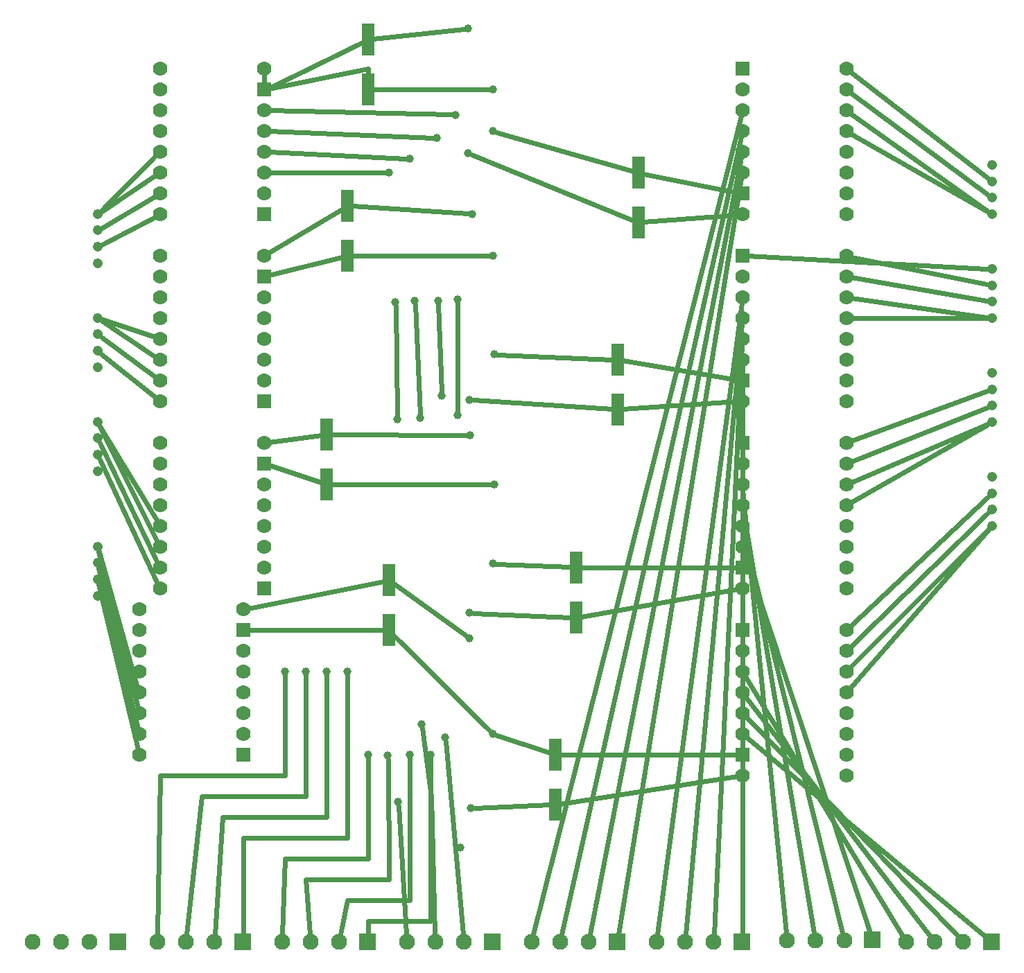
<source format=gbl>
G04 MADE WITH FRITZING*
G04 WWW.FRITZING.ORG*
G04 DOUBLE SIDED*
G04 HOLES PLATED*
G04 CONTOUR ON CENTER OF CONTOUR VECTOR*
%ASAXBY*%
%FSLAX23Y23*%
%MOIN*%
%OFA0B0*%
%SFA1.0B1.0*%
%ADD10C,0.070000*%
%ADD11C,0.047559*%
%ADD12C,0.076139*%
%ADD13C,0.039370*%
%ADD14R,0.062992X0.157480*%
%ADD15R,0.070000X0.070000*%
%ADD16C,0.024000*%
%ADD17R,0.001000X0.001000*%
%LNCOPPER0*%
G90*
G70*
G54D10*
X4394Y1308D03*
X3894Y1308D03*
X4394Y1408D03*
X3894Y1408D03*
X4394Y1508D03*
X3894Y1508D03*
X4394Y1608D03*
X3894Y1608D03*
X4394Y1708D03*
X3894Y1708D03*
X4394Y1808D03*
X3894Y1808D03*
X4394Y1908D03*
X3894Y1908D03*
X4394Y2008D03*
X3894Y2008D03*
X1094Y2908D03*
X1594Y2908D03*
X1094Y2808D03*
X1594Y2808D03*
X1094Y2708D03*
X1594Y2708D03*
X1094Y2608D03*
X1594Y2608D03*
X1094Y2508D03*
X1594Y2508D03*
X1094Y2408D03*
X1594Y2408D03*
X1094Y2308D03*
X1594Y2308D03*
X1094Y2208D03*
X1594Y2208D03*
X1094Y4708D03*
X1594Y4708D03*
X1094Y4608D03*
X1594Y4608D03*
X1094Y4508D03*
X1594Y4508D03*
X1094Y4408D03*
X1594Y4408D03*
X1094Y4308D03*
X1594Y4308D03*
X1094Y4208D03*
X1594Y4208D03*
X1094Y4108D03*
X1594Y4108D03*
X1094Y4008D03*
X1594Y4008D03*
X4394Y2208D03*
X3894Y2208D03*
X4394Y2308D03*
X3894Y2308D03*
X4394Y2408D03*
X3894Y2408D03*
X4394Y2508D03*
X3894Y2508D03*
X4394Y2608D03*
X3894Y2608D03*
X4394Y2708D03*
X3894Y2708D03*
X4394Y2808D03*
X3894Y2808D03*
X4394Y2908D03*
X3894Y2908D03*
X994Y2108D03*
X1494Y2108D03*
X994Y2008D03*
X1494Y2008D03*
X994Y1908D03*
X1494Y1908D03*
X994Y1808D03*
X1494Y1808D03*
X994Y1708D03*
X1494Y1708D03*
X994Y1608D03*
X1494Y1608D03*
X994Y1508D03*
X1494Y1508D03*
X994Y1408D03*
X1494Y1408D03*
X4394Y3108D03*
X3894Y3108D03*
X4394Y3208D03*
X3894Y3208D03*
X4394Y3308D03*
X3894Y3308D03*
X4394Y3408D03*
X3894Y3408D03*
X4394Y3508D03*
X3894Y3508D03*
X4394Y3608D03*
X3894Y3608D03*
X4394Y3708D03*
X3894Y3708D03*
X4394Y3808D03*
X3894Y3808D03*
X1094Y3808D03*
X1594Y3808D03*
X1094Y3708D03*
X1594Y3708D03*
X1094Y3608D03*
X1594Y3608D03*
X1094Y3508D03*
X1594Y3508D03*
X1094Y3408D03*
X1594Y3408D03*
X1094Y3308D03*
X1594Y3308D03*
X1094Y3208D03*
X1594Y3208D03*
X1094Y3108D03*
X1594Y3108D03*
X4394Y4008D03*
X3894Y4008D03*
X4394Y4108D03*
X3894Y4108D03*
X4394Y4208D03*
X3894Y4208D03*
X4394Y4308D03*
X3894Y4308D03*
X4394Y4408D03*
X3894Y4408D03*
X4394Y4508D03*
X3894Y4508D03*
X4394Y4608D03*
X3894Y4608D03*
X4394Y4708D03*
X3894Y4708D03*
G54D11*
X794Y3008D03*
X794Y2930D03*
X794Y2851D03*
X794Y2772D03*
X794Y3008D03*
X794Y2930D03*
X794Y2851D03*
X794Y2772D03*
X794Y3008D03*
X794Y2930D03*
X794Y2851D03*
X794Y2772D03*
X794Y2408D03*
X794Y2330D03*
X794Y2251D03*
X794Y2172D03*
X794Y2408D03*
X794Y2330D03*
X794Y2251D03*
X794Y2172D03*
X794Y2408D03*
X794Y2330D03*
X794Y2251D03*
X794Y2172D03*
X5094Y3008D03*
X5094Y3087D03*
X5094Y3166D03*
X5094Y3245D03*
X5094Y3008D03*
X5094Y3087D03*
X5094Y3166D03*
X5094Y3245D03*
X5094Y3008D03*
X5094Y3087D03*
X5094Y3166D03*
X5094Y3245D03*
X5094Y2508D03*
X5094Y2587D03*
X5094Y2666D03*
X5094Y2745D03*
X5094Y2508D03*
X5094Y2587D03*
X5094Y2666D03*
X5094Y2745D03*
X5094Y2508D03*
X5094Y2587D03*
X5094Y2666D03*
X5094Y2745D03*
X794Y4008D03*
X794Y3930D03*
X794Y3851D03*
X794Y3772D03*
X794Y4008D03*
X794Y3930D03*
X794Y3851D03*
X794Y3772D03*
X794Y4008D03*
X794Y3930D03*
X794Y3851D03*
X794Y3772D03*
X5094Y3508D03*
X5094Y3587D03*
X5094Y3666D03*
X5094Y3745D03*
X5094Y3508D03*
X5094Y3587D03*
X5094Y3666D03*
X5094Y3745D03*
X5094Y3508D03*
X5094Y3587D03*
X5094Y3666D03*
X5094Y3745D03*
X794Y3508D03*
X794Y3430D03*
X794Y3351D03*
X794Y3272D03*
X794Y3508D03*
X794Y3430D03*
X794Y3351D03*
X794Y3272D03*
X794Y3508D03*
X794Y3430D03*
X794Y3351D03*
X794Y3272D03*
X5094Y4008D03*
X5094Y4087D03*
X5094Y4166D03*
X5094Y4245D03*
X5094Y4008D03*
X5094Y4087D03*
X5094Y4166D03*
X5094Y4245D03*
X5094Y4008D03*
X5094Y4087D03*
X5094Y4166D03*
X5094Y4245D03*
G54D12*
X5094Y508D03*
X4956Y508D03*
X4819Y508D03*
X4681Y508D03*
X5094Y508D03*
X4956Y508D03*
X4819Y508D03*
X4681Y508D03*
X1494Y508D03*
X1356Y508D03*
X1219Y508D03*
X1081Y508D03*
X1494Y508D03*
X1356Y508D03*
X1219Y508D03*
X1081Y508D03*
X894Y508D03*
X756Y508D03*
X619Y508D03*
X481Y508D03*
X894Y508D03*
X756Y508D03*
X619Y508D03*
X481Y508D03*
X4521Y516D03*
X4384Y516D03*
X4246Y516D03*
X4108Y516D03*
X4521Y516D03*
X4384Y516D03*
X4246Y516D03*
X4108Y516D03*
X2694Y508D03*
X2556Y508D03*
X2419Y508D03*
X2281Y508D03*
X2694Y508D03*
X2556Y508D03*
X2419Y508D03*
X2281Y508D03*
X3894Y508D03*
X3756Y508D03*
X3619Y508D03*
X3481Y508D03*
X3894Y508D03*
X3756Y508D03*
X3619Y508D03*
X3481Y508D03*
X2094Y508D03*
X1956Y508D03*
X1819Y508D03*
X1681Y508D03*
X2094Y508D03*
X1956Y508D03*
X1819Y508D03*
X1681Y508D03*
X3294Y508D03*
X3156Y508D03*
X3019Y508D03*
X2881Y508D03*
X3294Y508D03*
X3156Y508D03*
X3019Y508D03*
X2881Y508D03*
G54D13*
X2583Y3116D03*
X2701Y2708D03*
X2587Y2945D03*
X2583Y2090D03*
X2581Y1969D03*
X2694Y1508D03*
X2694Y2327D03*
X2694Y4608D03*
X2594Y4008D03*
X2694Y3808D03*
X2701Y3334D03*
X2576Y4901D03*
X2576Y4301D03*
X2694Y4408D03*
X2590Y1153D03*
X1694Y1808D03*
X1794Y1808D03*
X1894Y1808D03*
X1994Y1808D03*
X2094Y1408D03*
X2190Y1405D03*
X2294Y1408D03*
X2394Y1408D03*
X2194Y4208D03*
X2294Y4275D03*
X2427Y4375D03*
X2516Y4486D03*
X2227Y3586D03*
X2320Y3593D03*
X2431Y3593D03*
X2524Y3597D03*
X2235Y3023D03*
X2346Y3027D03*
X2450Y3134D03*
X2524Y3042D03*
X2540Y960D03*
X2466Y1490D03*
X2351Y1556D03*
X2240Y1182D03*
G54D14*
X3094Y2068D03*
X3094Y2308D03*
G54D15*
X3894Y2008D03*
X3894Y1408D03*
X1594Y2208D03*
X1594Y2808D03*
X1594Y4008D03*
X1594Y4608D03*
X3894Y2908D03*
X3894Y2308D03*
X1494Y1408D03*
X1494Y2008D03*
X3894Y3808D03*
X3894Y3208D03*
X1594Y3108D03*
X1594Y3708D03*
X3894Y4708D03*
X3894Y4108D03*
G54D14*
X1894Y2948D03*
X1894Y2708D03*
X2194Y2248D03*
X2194Y2008D03*
X2994Y1168D03*
X2994Y1408D03*
X2094Y4848D03*
X2094Y4608D03*
X1994Y4048D03*
X1994Y3808D03*
X3294Y3068D03*
X3294Y3308D03*
X3394Y3968D03*
X3394Y4208D03*
G54D16*
X3120Y2073D02*
X3868Y2204D01*
D02*
X3120Y2308D02*
X3868Y2308D01*
D02*
X1868Y2945D02*
X1620Y2912D01*
D02*
X3020Y1172D02*
X3868Y1304D01*
D02*
X2168Y2243D02*
X1520Y2113D01*
D02*
X1968Y4033D02*
X1616Y3822D01*
D02*
X3320Y3070D02*
X3868Y3107D01*
D02*
X3420Y3970D02*
X3868Y4006D01*
D02*
X4411Y1728D02*
X5078Y2490D01*
D02*
X1081Y2531D02*
X807Y2987D01*
D02*
X1076Y4290D02*
X812Y4026D01*
D02*
X987Y1733D02*
X801Y2384D01*
D02*
X4417Y4395D02*
X5072Y4021D01*
D02*
X1069Y3417D02*
X818Y3500D01*
D02*
X4420Y3508D02*
X5069Y3508D01*
D02*
X4417Y2621D02*
X5072Y2996D01*
D02*
X800Y2384D02*
X988Y1634D01*
D02*
X805Y2986D02*
X1082Y2432D01*
D02*
X5076Y2491D02*
X4413Y1827D01*
D02*
X5074Y4023D02*
X4415Y4493D01*
D02*
X5071Y2999D02*
X4418Y2719D01*
D02*
X815Y3495D02*
X1072Y3323D01*
D02*
X5069Y3512D02*
X4420Y3605D01*
D02*
X815Y4022D02*
X1072Y4194D01*
D02*
X1072Y4095D02*
X815Y3942D01*
D02*
X1083Y2332D02*
X805Y2907D01*
D02*
X4418Y2818D02*
X5071Y3078D01*
D02*
X988Y1534D02*
X800Y2305D01*
D02*
X4413Y1926D02*
X5076Y2570D01*
D02*
X4420Y3704D02*
X5070Y3591D01*
D02*
X1073Y3224D02*
X814Y3415D01*
D02*
X4415Y4593D02*
X5074Y4102D01*
D02*
X4413Y2026D02*
X5076Y2649D01*
D02*
X988Y1434D02*
X800Y2227D01*
D02*
X1071Y3996D02*
X816Y3862D01*
D02*
X4419Y2917D02*
X5071Y3157D01*
D02*
X4415Y4692D02*
X5074Y4181D01*
D02*
X1074Y3125D02*
X813Y3335D01*
D02*
X4420Y3803D02*
X5070Y3671D01*
D02*
X1083Y2232D02*
X805Y2828D01*
D02*
X4510Y551D02*
X3902Y2384D01*
D02*
X2497Y4487D02*
X1620Y4508D01*
D02*
X2524Y3061D02*
X2524Y3578D01*
D02*
X5066Y532D02*
X3914Y1492D01*
D02*
X3894Y545D02*
X3894Y3282D01*
D02*
X3300Y545D02*
X3890Y4183D01*
D02*
X2408Y4376D02*
X1620Y4407D01*
D02*
X2449Y3153D02*
X2432Y3575D01*
D02*
X2553Y545D02*
X2468Y1471D01*
D02*
X3758Y545D02*
X3893Y3382D01*
D02*
X3163Y544D02*
X3889Y4283D01*
D02*
X4375Y552D02*
X3900Y2483D01*
D02*
X4931Y535D02*
X3912Y1590D01*
D02*
X2417Y545D02*
X2398Y1205D01*
D02*
X2398Y1205D02*
X2354Y1538D01*
D02*
X2345Y3046D02*
X2321Y3575D01*
D02*
X2275Y4276D02*
X1620Y4307D01*
D02*
X4796Y537D02*
X3910Y1688D01*
D02*
X3027Y544D02*
X3888Y4383D01*
D02*
X3622Y545D02*
X3892Y3482D01*
D02*
X4240Y552D02*
X3898Y2583D01*
D02*
X2279Y545D02*
X2242Y1163D01*
D02*
X2175Y4208D02*
X1620Y4208D01*
D02*
X2235Y3042D02*
X2228Y3567D01*
D02*
X2890Y544D02*
X3888Y4483D01*
D02*
X3486Y545D02*
X3891Y3582D01*
D02*
X4105Y553D02*
X3897Y2682D01*
D02*
X4662Y540D02*
X3908Y1786D01*
D02*
X1598Y4605D02*
X1595Y4682D01*
D02*
X2068Y4836D02*
X1598Y4605D01*
D02*
X1619Y3715D02*
X1968Y3802D01*
D02*
X2168Y2008D02*
X1520Y2008D01*
D02*
X3420Y4203D02*
X3868Y4113D01*
D02*
X3920Y3807D02*
X5069Y3746D01*
D02*
X3868Y3213D02*
X3320Y3304D01*
D02*
X2575Y4010D02*
X2020Y4047D01*
D02*
X2675Y3808D02*
X2020Y3808D01*
D02*
X2557Y4899D02*
X2120Y4851D01*
D02*
X2675Y4608D02*
X2120Y4608D01*
D02*
X2094Y4708D02*
X2094Y4681D01*
D02*
X1620Y4613D02*
X2094Y4708D01*
D02*
X2593Y4294D02*
X3368Y3979D01*
D02*
X2712Y4403D02*
X3368Y4216D01*
D02*
X2720Y3333D02*
X3268Y3309D01*
D02*
X2602Y3114D02*
X3268Y3070D01*
D02*
X1868Y2717D02*
X1619Y2800D01*
D02*
X2568Y2945D02*
X1920Y2948D01*
D02*
X2683Y2708D02*
X1920Y2708D01*
D02*
X3020Y1408D02*
X3868Y1408D01*
D02*
X2713Y2326D02*
X3068Y2310D01*
D02*
X2602Y2089D02*
X3068Y2069D01*
D02*
X2566Y1981D02*
X2220Y2230D01*
D02*
X2681Y1522D02*
X2220Y1982D01*
D02*
X2712Y1502D02*
X2968Y1417D01*
D02*
X2609Y1153D02*
X2968Y1167D01*
D02*
X1094Y1308D02*
X1694Y1308D01*
D02*
X1081Y545D02*
X1094Y1308D01*
D02*
X1694Y1308D02*
X1694Y1789D01*
D02*
X1294Y1208D02*
X1794Y1208D01*
D02*
X1794Y1208D02*
X1794Y1789D01*
D02*
X1222Y545D02*
X1294Y1208D01*
D02*
X1394Y1108D02*
X1894Y1108D01*
D02*
X1894Y1108D02*
X1894Y1789D01*
D02*
X1359Y545D02*
X1394Y1108D01*
D02*
X1494Y1008D02*
X1994Y1008D01*
D02*
X1994Y1008D02*
X1994Y1789D01*
D02*
X1494Y545D02*
X1494Y1008D01*
D02*
X2094Y908D02*
X2094Y1389D01*
D02*
X1694Y908D02*
X2094Y908D01*
D02*
X1682Y545D02*
X1694Y908D01*
D02*
X2194Y808D02*
X2191Y1386D01*
D02*
X1794Y808D02*
X2194Y808D01*
D02*
X1816Y545D02*
X1794Y808D01*
D02*
X1994Y708D02*
X2294Y708D01*
D02*
X2294Y708D02*
X2294Y1389D01*
D02*
X1963Y544D02*
X1994Y708D01*
D02*
X2094Y608D02*
X2394Y608D01*
D02*
X2394Y608D02*
X2394Y1389D01*
D02*
X2094Y545D02*
X2094Y608D01*
G54D17*
X4481Y557D02*
X4560Y557D01*
X4481Y556D02*
X4560Y556D01*
X4481Y555D02*
X4560Y555D01*
X4481Y554D02*
X4560Y554D01*
X4481Y553D02*
X4560Y553D01*
X4481Y552D02*
X4560Y552D01*
X4481Y551D02*
X4560Y551D01*
X4481Y550D02*
X4560Y550D01*
X854Y549D02*
X933Y549D01*
X1454Y549D02*
X1533Y549D01*
X2054Y549D02*
X2133Y549D01*
X2654Y549D02*
X2733Y549D01*
X3254Y549D02*
X3333Y549D01*
X3854Y549D02*
X3933Y549D01*
X4481Y549D02*
X4560Y549D01*
X5054Y549D02*
X5133Y549D01*
X854Y548D02*
X933Y548D01*
X1454Y548D02*
X1533Y548D01*
X2054Y548D02*
X2133Y548D01*
X2654Y548D02*
X2733Y548D01*
X3254Y548D02*
X3333Y548D01*
X3854Y548D02*
X3933Y548D01*
X4481Y548D02*
X4560Y548D01*
X5054Y548D02*
X5133Y548D01*
X854Y547D02*
X933Y547D01*
X1454Y547D02*
X1533Y547D01*
X2054Y547D02*
X2133Y547D01*
X2654Y547D02*
X2733Y547D01*
X3254Y547D02*
X3333Y547D01*
X3854Y547D02*
X3933Y547D01*
X4481Y547D02*
X4560Y547D01*
X5054Y547D02*
X5133Y547D01*
X854Y546D02*
X933Y546D01*
X1454Y546D02*
X1533Y546D01*
X2054Y546D02*
X2133Y546D01*
X2654Y546D02*
X2733Y546D01*
X3254Y546D02*
X3333Y546D01*
X3854Y546D02*
X3933Y546D01*
X4481Y546D02*
X4560Y546D01*
X5054Y546D02*
X5133Y546D01*
X854Y545D02*
X933Y545D01*
X1454Y545D02*
X1533Y545D01*
X2054Y545D02*
X2133Y545D01*
X2654Y545D02*
X2733Y545D01*
X3254Y545D02*
X3333Y545D01*
X3854Y545D02*
X3933Y545D01*
X4481Y545D02*
X4560Y545D01*
X5054Y545D02*
X5133Y545D01*
X854Y544D02*
X933Y544D01*
X1454Y544D02*
X1533Y544D01*
X2054Y544D02*
X2133Y544D01*
X2654Y544D02*
X2733Y544D01*
X3254Y544D02*
X3333Y544D01*
X3854Y544D02*
X3933Y544D01*
X4481Y544D02*
X4560Y544D01*
X5054Y544D02*
X5133Y544D01*
X854Y543D02*
X933Y543D01*
X1454Y543D02*
X1533Y543D01*
X2054Y543D02*
X2133Y543D01*
X2654Y543D02*
X2733Y543D01*
X3254Y543D02*
X3333Y543D01*
X3854Y543D02*
X3933Y543D01*
X4481Y543D02*
X4560Y543D01*
X5054Y543D02*
X5133Y543D01*
X854Y542D02*
X933Y542D01*
X1454Y542D02*
X1533Y542D01*
X2054Y542D02*
X2133Y542D01*
X2654Y542D02*
X2733Y542D01*
X3254Y542D02*
X3333Y542D01*
X3854Y542D02*
X3933Y542D01*
X4481Y542D02*
X4560Y542D01*
X5054Y542D02*
X5133Y542D01*
X854Y541D02*
X933Y541D01*
X1454Y541D02*
X1533Y541D01*
X2054Y541D02*
X2133Y541D01*
X2654Y541D02*
X2733Y541D01*
X3254Y541D02*
X3333Y541D01*
X3854Y541D02*
X3933Y541D01*
X4481Y541D02*
X4517Y541D01*
X4525Y541D02*
X4560Y541D01*
X5054Y541D02*
X5133Y541D01*
X854Y540D02*
X933Y540D01*
X1454Y540D02*
X1533Y540D01*
X2054Y540D02*
X2133Y540D01*
X2654Y540D02*
X2733Y540D01*
X3254Y540D02*
X3333Y540D01*
X3854Y540D02*
X3933Y540D01*
X4481Y540D02*
X4513Y540D01*
X4529Y540D02*
X4560Y540D01*
X5054Y540D02*
X5133Y540D01*
X854Y539D02*
X933Y539D01*
X1454Y539D02*
X1533Y539D01*
X2054Y539D02*
X2133Y539D01*
X2654Y539D02*
X2733Y539D01*
X3254Y539D02*
X3333Y539D01*
X3854Y539D02*
X3933Y539D01*
X4481Y539D02*
X4511Y539D01*
X4531Y539D02*
X4560Y539D01*
X5054Y539D02*
X5133Y539D01*
X854Y538D02*
X933Y538D01*
X1454Y538D02*
X1533Y538D01*
X2054Y538D02*
X2133Y538D01*
X2654Y538D02*
X2733Y538D01*
X3254Y538D02*
X3333Y538D01*
X3854Y538D02*
X3933Y538D01*
X4481Y538D02*
X4509Y538D01*
X4533Y538D02*
X4560Y538D01*
X5054Y538D02*
X5133Y538D01*
X854Y537D02*
X933Y537D01*
X1454Y537D02*
X1533Y537D01*
X2054Y537D02*
X2133Y537D01*
X2654Y537D02*
X2733Y537D01*
X3254Y537D02*
X3333Y537D01*
X3854Y537D02*
X3933Y537D01*
X4481Y537D02*
X4507Y537D01*
X4535Y537D02*
X4560Y537D01*
X5054Y537D02*
X5133Y537D01*
X854Y536D02*
X933Y536D01*
X1454Y536D02*
X1533Y536D01*
X2054Y536D02*
X2133Y536D01*
X2654Y536D02*
X2733Y536D01*
X3254Y536D02*
X3333Y536D01*
X3854Y536D02*
X3933Y536D01*
X4481Y536D02*
X4506Y536D01*
X4536Y536D02*
X4560Y536D01*
X5054Y536D02*
X5133Y536D01*
X854Y535D02*
X933Y535D01*
X1454Y535D02*
X1533Y535D01*
X2054Y535D02*
X2133Y535D01*
X2654Y535D02*
X2733Y535D01*
X3254Y535D02*
X3333Y535D01*
X3854Y535D02*
X3933Y535D01*
X4481Y535D02*
X4505Y535D01*
X4537Y535D02*
X4560Y535D01*
X5054Y535D02*
X5133Y535D01*
X854Y534D02*
X933Y534D01*
X1454Y534D02*
X1533Y534D01*
X2054Y534D02*
X2133Y534D01*
X2654Y534D02*
X2733Y534D01*
X3254Y534D02*
X3333Y534D01*
X3854Y534D02*
X3933Y534D01*
X4481Y534D02*
X4503Y534D01*
X4538Y534D02*
X4560Y534D01*
X5054Y534D02*
X5133Y534D01*
X854Y533D02*
X889Y533D01*
X898Y533D02*
X933Y533D01*
X1454Y533D02*
X1489Y533D01*
X1498Y533D02*
X1533Y533D01*
X2054Y533D02*
X2089Y533D01*
X2098Y533D02*
X2133Y533D01*
X2654Y533D02*
X2689Y533D01*
X2698Y533D02*
X2733Y533D01*
X3254Y533D02*
X3289Y533D01*
X3298Y533D02*
X3333Y533D01*
X3854Y533D02*
X3889Y533D01*
X3898Y533D02*
X3933Y533D01*
X4481Y533D02*
X4503Y533D01*
X4539Y533D02*
X4560Y533D01*
X5054Y533D02*
X5089Y533D01*
X5098Y533D02*
X5133Y533D01*
X854Y532D02*
X885Y532D01*
X902Y532D02*
X933Y532D01*
X1454Y532D02*
X1485Y532D01*
X1502Y532D02*
X1533Y532D01*
X2054Y532D02*
X2085Y532D01*
X2102Y532D02*
X2133Y532D01*
X2654Y532D02*
X2685Y532D01*
X2702Y532D02*
X2733Y532D01*
X3254Y532D02*
X3285Y532D01*
X3302Y532D02*
X3333Y532D01*
X3854Y532D02*
X3885Y532D01*
X3902Y532D02*
X3933Y532D01*
X4481Y532D02*
X4502Y532D01*
X4540Y532D02*
X4560Y532D01*
X5054Y532D02*
X5085Y532D01*
X5102Y532D02*
X5133Y532D01*
X854Y531D02*
X883Y531D01*
X904Y531D02*
X933Y531D01*
X1454Y531D02*
X1483Y531D01*
X1504Y531D02*
X1533Y531D01*
X2054Y531D02*
X2083Y531D01*
X2104Y531D02*
X2133Y531D01*
X2654Y531D02*
X2683Y531D01*
X2704Y531D02*
X2733Y531D01*
X3254Y531D02*
X3283Y531D01*
X3304Y531D02*
X3333Y531D01*
X3854Y531D02*
X3883Y531D01*
X3904Y531D02*
X3933Y531D01*
X4481Y531D02*
X4501Y531D01*
X4541Y531D02*
X4560Y531D01*
X5054Y531D02*
X5083Y531D01*
X5104Y531D02*
X5133Y531D01*
X854Y530D02*
X881Y530D01*
X906Y530D02*
X933Y530D01*
X1454Y530D02*
X1481Y530D01*
X1506Y530D02*
X1533Y530D01*
X2054Y530D02*
X2081Y530D01*
X2106Y530D02*
X2133Y530D01*
X2654Y530D02*
X2681Y530D01*
X2706Y530D02*
X2733Y530D01*
X3254Y530D02*
X3281Y530D01*
X3306Y530D02*
X3333Y530D01*
X3854Y530D02*
X3881Y530D01*
X3906Y530D02*
X3933Y530D01*
X4481Y530D02*
X4500Y530D01*
X4541Y530D02*
X4560Y530D01*
X5054Y530D02*
X5081Y530D01*
X5106Y530D02*
X5133Y530D01*
X854Y529D02*
X879Y529D01*
X908Y529D02*
X933Y529D01*
X1454Y529D02*
X1479Y529D01*
X1508Y529D02*
X1533Y529D01*
X2054Y529D02*
X2079Y529D01*
X2108Y529D02*
X2133Y529D01*
X2654Y529D02*
X2679Y529D01*
X2708Y529D02*
X2733Y529D01*
X3254Y529D02*
X3279Y529D01*
X3308Y529D02*
X3333Y529D01*
X3854Y529D02*
X3879Y529D01*
X3908Y529D02*
X3933Y529D01*
X4481Y529D02*
X4500Y529D01*
X4542Y529D02*
X4560Y529D01*
X5054Y529D02*
X5079Y529D01*
X5108Y529D02*
X5133Y529D01*
X854Y528D02*
X878Y528D01*
X909Y528D02*
X933Y528D01*
X1454Y528D02*
X1478Y528D01*
X1509Y528D02*
X1533Y528D01*
X2054Y528D02*
X2078Y528D01*
X2109Y528D02*
X2133Y528D01*
X2654Y528D02*
X2678Y528D01*
X2709Y528D02*
X2733Y528D01*
X3254Y528D02*
X3278Y528D01*
X3309Y528D02*
X3333Y528D01*
X3854Y528D02*
X3878Y528D01*
X3909Y528D02*
X3933Y528D01*
X4481Y528D02*
X4499Y528D01*
X4542Y528D02*
X4560Y528D01*
X5054Y528D02*
X5078Y528D01*
X5109Y528D02*
X5133Y528D01*
X854Y527D02*
X877Y527D01*
X910Y527D02*
X933Y527D01*
X1454Y527D02*
X1477Y527D01*
X1510Y527D02*
X1533Y527D01*
X2054Y527D02*
X2077Y527D01*
X2110Y527D02*
X2133Y527D01*
X2654Y527D02*
X2677Y527D01*
X2710Y527D02*
X2733Y527D01*
X3254Y527D02*
X3277Y527D01*
X3310Y527D02*
X3333Y527D01*
X3854Y527D02*
X3877Y527D01*
X3910Y527D02*
X3933Y527D01*
X4481Y527D02*
X4499Y527D01*
X4543Y527D02*
X4560Y527D01*
X5054Y527D02*
X5077Y527D01*
X5110Y527D02*
X5133Y527D01*
X854Y526D02*
X876Y526D01*
X911Y526D02*
X933Y526D01*
X1454Y526D02*
X1476Y526D01*
X1511Y526D02*
X1533Y526D01*
X2054Y526D02*
X2076Y526D01*
X2111Y526D02*
X2133Y526D01*
X2654Y526D02*
X2676Y526D01*
X2711Y526D02*
X2733Y526D01*
X3254Y526D02*
X3276Y526D01*
X3311Y526D02*
X3333Y526D01*
X3854Y526D02*
X3876Y526D01*
X3911Y526D02*
X3933Y526D01*
X4481Y526D02*
X4498Y526D01*
X4543Y526D02*
X4560Y526D01*
X5054Y526D02*
X5076Y526D01*
X5111Y526D02*
X5133Y526D01*
X854Y525D02*
X875Y525D01*
X912Y525D02*
X933Y525D01*
X1454Y525D02*
X1475Y525D01*
X1512Y525D02*
X1533Y525D01*
X2054Y525D02*
X2075Y525D01*
X2112Y525D02*
X2133Y525D01*
X2654Y525D02*
X2675Y525D01*
X2712Y525D02*
X2733Y525D01*
X3254Y525D02*
X3275Y525D01*
X3312Y525D02*
X3333Y525D01*
X3854Y525D02*
X3875Y525D01*
X3912Y525D02*
X3933Y525D01*
X4481Y525D02*
X4498Y525D01*
X4544Y525D02*
X4560Y525D01*
X5054Y525D02*
X5075Y525D01*
X5112Y525D02*
X5133Y525D01*
X854Y524D02*
X874Y524D01*
X913Y524D02*
X933Y524D01*
X1454Y524D02*
X1474Y524D01*
X1513Y524D02*
X1533Y524D01*
X2054Y524D02*
X2074Y524D01*
X2113Y524D02*
X2133Y524D01*
X2654Y524D02*
X2674Y524D01*
X2713Y524D02*
X2733Y524D01*
X3254Y524D02*
X3274Y524D01*
X3313Y524D02*
X3333Y524D01*
X3854Y524D02*
X3874Y524D01*
X3913Y524D02*
X3933Y524D01*
X4481Y524D02*
X4498Y524D01*
X4544Y524D02*
X4560Y524D01*
X5054Y524D02*
X5074Y524D01*
X5113Y524D02*
X5133Y524D01*
X854Y523D02*
X874Y523D01*
X914Y523D02*
X933Y523D01*
X1454Y523D02*
X1474Y523D01*
X1514Y523D02*
X1533Y523D01*
X2054Y523D02*
X2074Y523D01*
X2114Y523D02*
X2133Y523D01*
X2654Y523D02*
X2674Y523D01*
X2714Y523D02*
X2733Y523D01*
X3254Y523D02*
X3274Y523D01*
X3314Y523D02*
X3333Y523D01*
X3854Y523D02*
X3874Y523D01*
X3914Y523D02*
X3933Y523D01*
X4481Y523D02*
X4497Y523D01*
X4544Y523D02*
X4560Y523D01*
X5054Y523D02*
X5073Y523D01*
X5114Y523D02*
X5133Y523D01*
X854Y522D02*
X873Y522D01*
X914Y522D02*
X933Y522D01*
X1454Y522D02*
X1473Y522D01*
X1514Y522D02*
X1533Y522D01*
X2054Y522D02*
X2073Y522D01*
X2114Y522D02*
X2133Y522D01*
X2654Y522D02*
X2673Y522D01*
X2714Y522D02*
X2733Y522D01*
X3254Y522D02*
X3273Y522D01*
X3314Y522D02*
X3333Y522D01*
X3854Y522D02*
X3873Y522D01*
X3914Y522D02*
X3933Y522D01*
X4481Y522D02*
X4497Y522D01*
X4545Y522D02*
X4560Y522D01*
X5054Y522D02*
X5073Y522D01*
X5114Y522D02*
X5133Y522D01*
X854Y521D02*
X872Y521D01*
X915Y521D02*
X933Y521D01*
X1454Y521D02*
X1472Y521D01*
X1515Y521D02*
X1533Y521D01*
X2054Y521D02*
X2072Y521D01*
X2115Y521D02*
X2133Y521D01*
X2654Y521D02*
X2672Y521D01*
X2715Y521D02*
X2733Y521D01*
X3254Y521D02*
X3272Y521D01*
X3315Y521D02*
X3333Y521D01*
X3854Y521D02*
X3872Y521D01*
X3915Y521D02*
X3933Y521D01*
X4481Y521D02*
X4497Y521D01*
X4545Y521D02*
X4560Y521D01*
X5054Y521D02*
X5072Y521D01*
X5115Y521D02*
X5133Y521D01*
X854Y520D02*
X872Y520D01*
X915Y520D02*
X933Y520D01*
X1454Y520D02*
X1472Y520D01*
X1515Y520D02*
X1533Y520D01*
X2054Y520D02*
X2072Y520D01*
X2115Y520D02*
X2133Y520D01*
X2654Y520D02*
X2672Y520D01*
X2715Y520D02*
X2733Y520D01*
X3254Y520D02*
X3272Y520D01*
X3315Y520D02*
X3333Y520D01*
X3854Y520D02*
X3872Y520D01*
X3915Y520D02*
X3933Y520D01*
X4481Y520D02*
X4497Y520D01*
X4545Y520D02*
X4560Y520D01*
X5054Y520D02*
X5072Y520D01*
X5115Y520D02*
X5133Y520D01*
X854Y519D02*
X871Y519D01*
X916Y519D02*
X933Y519D01*
X1454Y519D02*
X1471Y519D01*
X1516Y519D02*
X1533Y519D01*
X2054Y519D02*
X2071Y519D01*
X2116Y519D02*
X2133Y519D01*
X2654Y519D02*
X2671Y519D01*
X2716Y519D02*
X2733Y519D01*
X3254Y519D02*
X3271Y519D01*
X3316Y519D02*
X3333Y519D01*
X3854Y519D02*
X3871Y519D01*
X3916Y519D02*
X3933Y519D01*
X4481Y519D02*
X4497Y519D01*
X4545Y519D02*
X4560Y519D01*
X5054Y519D02*
X5071Y519D01*
X5116Y519D02*
X5133Y519D01*
X854Y518D02*
X871Y518D01*
X916Y518D02*
X933Y518D01*
X1454Y518D02*
X1471Y518D01*
X1516Y518D02*
X1533Y518D01*
X2054Y518D02*
X2071Y518D01*
X2116Y518D02*
X2133Y518D01*
X2654Y518D02*
X2671Y518D01*
X2716Y518D02*
X2733Y518D01*
X3254Y518D02*
X3271Y518D01*
X3316Y518D02*
X3333Y518D01*
X3854Y518D02*
X3871Y518D01*
X3916Y518D02*
X3933Y518D01*
X4481Y518D02*
X4497Y518D01*
X4545Y518D02*
X4560Y518D01*
X5054Y518D02*
X5071Y518D01*
X5116Y518D02*
X5133Y518D01*
X854Y517D02*
X871Y517D01*
X916Y517D02*
X933Y517D01*
X1454Y517D02*
X1471Y517D01*
X1516Y517D02*
X1533Y517D01*
X2054Y517D02*
X2071Y517D01*
X2116Y517D02*
X2133Y517D01*
X2654Y517D02*
X2671Y517D01*
X2716Y517D02*
X2733Y517D01*
X3254Y517D02*
X3271Y517D01*
X3316Y517D02*
X3333Y517D01*
X3854Y517D02*
X3871Y517D01*
X3916Y517D02*
X3933Y517D01*
X4481Y517D02*
X4497Y517D01*
X4545Y517D02*
X4560Y517D01*
X5054Y517D02*
X5071Y517D01*
X5116Y517D02*
X5133Y517D01*
X854Y516D02*
X870Y516D01*
X917Y516D02*
X933Y516D01*
X1454Y516D02*
X1470Y516D01*
X1517Y516D02*
X1533Y516D01*
X2054Y516D02*
X2070Y516D01*
X2117Y516D02*
X2133Y516D01*
X2654Y516D02*
X2670Y516D01*
X2717Y516D02*
X2733Y516D01*
X3254Y516D02*
X3270Y516D01*
X3317Y516D02*
X3333Y516D01*
X3854Y516D02*
X3870Y516D01*
X3917Y516D02*
X3933Y516D01*
X4481Y516D02*
X4497Y516D01*
X4545Y516D02*
X4560Y516D01*
X5054Y516D02*
X5070Y516D01*
X5117Y516D02*
X5133Y516D01*
X854Y515D02*
X870Y515D01*
X917Y515D02*
X933Y515D01*
X1454Y515D02*
X1470Y515D01*
X1517Y515D02*
X1533Y515D01*
X2054Y515D02*
X2070Y515D01*
X2117Y515D02*
X2133Y515D01*
X2654Y515D02*
X2670Y515D01*
X2717Y515D02*
X2733Y515D01*
X3254Y515D02*
X3270Y515D01*
X3317Y515D02*
X3333Y515D01*
X3854Y515D02*
X3870Y515D01*
X3917Y515D02*
X3933Y515D01*
X4481Y515D02*
X4497Y515D01*
X4545Y515D02*
X4560Y515D01*
X5054Y515D02*
X5070Y515D01*
X5117Y515D02*
X5133Y515D01*
X854Y514D02*
X870Y514D01*
X917Y514D02*
X933Y514D01*
X1454Y514D02*
X1470Y514D01*
X1517Y514D02*
X1533Y514D01*
X2054Y514D02*
X2070Y514D01*
X2117Y514D02*
X2133Y514D01*
X2654Y514D02*
X2670Y514D01*
X2717Y514D02*
X2733Y514D01*
X3254Y514D02*
X3270Y514D01*
X3317Y514D02*
X3333Y514D01*
X3854Y514D02*
X3870Y514D01*
X3917Y514D02*
X3933Y514D01*
X4481Y514D02*
X4497Y514D01*
X4545Y514D02*
X4560Y514D01*
X5054Y514D02*
X5070Y514D01*
X5117Y514D02*
X5133Y514D01*
X854Y513D02*
X870Y513D01*
X917Y513D02*
X933Y513D01*
X1454Y513D02*
X1470Y513D01*
X1517Y513D02*
X1533Y513D01*
X2054Y513D02*
X2070Y513D01*
X2117Y513D02*
X2133Y513D01*
X2654Y513D02*
X2670Y513D01*
X2717Y513D02*
X2733Y513D01*
X3254Y513D02*
X3270Y513D01*
X3317Y513D02*
X3333Y513D01*
X3854Y513D02*
X3870Y513D01*
X3917Y513D02*
X3933Y513D01*
X4481Y513D02*
X4497Y513D01*
X4545Y513D02*
X4560Y513D01*
X5054Y513D02*
X5070Y513D01*
X5117Y513D02*
X5133Y513D01*
X854Y512D02*
X870Y512D01*
X918Y512D02*
X933Y512D01*
X1454Y512D02*
X1470Y512D01*
X1518Y512D02*
X1533Y512D01*
X2054Y512D02*
X2070Y512D01*
X2118Y512D02*
X2133Y512D01*
X2654Y512D02*
X2670Y512D01*
X2718Y512D02*
X2733Y512D01*
X3254Y512D02*
X3270Y512D01*
X3318Y512D02*
X3333Y512D01*
X3854Y512D02*
X3870Y512D01*
X3918Y512D02*
X3933Y512D01*
X4481Y512D02*
X4498Y512D01*
X4544Y512D02*
X4560Y512D01*
X5054Y512D02*
X5069Y512D01*
X5117Y512D02*
X5133Y512D01*
X854Y511D02*
X870Y511D01*
X918Y511D02*
X933Y511D01*
X1454Y511D02*
X1470Y511D01*
X1518Y511D02*
X1533Y511D01*
X2054Y511D02*
X2070Y511D01*
X2118Y511D02*
X2133Y511D01*
X2654Y511D02*
X2669Y511D01*
X2718Y511D02*
X2733Y511D01*
X3254Y511D02*
X3269Y511D01*
X3318Y511D02*
X3333Y511D01*
X3854Y511D02*
X3869Y511D01*
X3918Y511D02*
X3933Y511D01*
X4481Y511D02*
X4498Y511D01*
X4544Y511D02*
X4560Y511D01*
X5054Y511D02*
X5069Y511D01*
X5118Y511D02*
X5133Y511D01*
X854Y510D02*
X869Y510D01*
X918Y510D02*
X933Y510D01*
X1454Y510D02*
X1469Y510D01*
X1518Y510D02*
X1533Y510D01*
X2054Y510D02*
X2069Y510D01*
X2118Y510D02*
X2133Y510D01*
X2654Y510D02*
X2669Y510D01*
X2718Y510D02*
X2733Y510D01*
X3254Y510D02*
X3269Y510D01*
X3318Y510D02*
X3333Y510D01*
X3854Y510D02*
X3869Y510D01*
X3918Y510D02*
X3933Y510D01*
X4481Y510D02*
X4498Y510D01*
X4544Y510D02*
X4560Y510D01*
X5054Y510D02*
X5069Y510D01*
X5118Y510D02*
X5133Y510D01*
X854Y509D02*
X869Y509D01*
X918Y509D02*
X933Y509D01*
X1454Y509D02*
X1469Y509D01*
X1518Y509D02*
X1533Y509D01*
X2054Y509D02*
X2069Y509D01*
X2118Y509D02*
X2133Y509D01*
X2654Y509D02*
X2669Y509D01*
X2718Y509D02*
X2733Y509D01*
X3254Y509D02*
X3269Y509D01*
X3318Y509D02*
X3333Y509D01*
X3854Y509D02*
X3869Y509D01*
X3918Y509D02*
X3933Y509D01*
X4481Y509D02*
X4498Y509D01*
X4543Y509D02*
X4560Y509D01*
X5054Y509D02*
X5069Y509D01*
X5118Y509D02*
X5133Y509D01*
X854Y508D02*
X870Y508D01*
X918Y508D02*
X933Y508D01*
X1454Y508D02*
X1470Y508D01*
X1518Y508D02*
X1533Y508D01*
X2054Y508D02*
X2070Y508D01*
X2118Y508D02*
X2133Y508D01*
X2654Y508D02*
X2670Y508D01*
X2718Y508D02*
X2733Y508D01*
X3254Y508D02*
X3269Y508D01*
X3318Y508D02*
X3333Y508D01*
X3854Y508D02*
X3869Y508D01*
X3918Y508D02*
X3933Y508D01*
X4481Y508D02*
X4499Y508D01*
X4543Y508D02*
X4560Y508D01*
X5054Y508D02*
X5069Y508D01*
X5118Y508D02*
X5133Y508D01*
X854Y507D02*
X870Y507D01*
X918Y507D02*
X933Y507D01*
X1454Y507D02*
X1470Y507D01*
X1518Y507D02*
X1533Y507D01*
X2054Y507D02*
X2070Y507D01*
X2117Y507D02*
X2133Y507D01*
X2654Y507D02*
X2670Y507D01*
X2717Y507D02*
X2733Y507D01*
X3254Y507D02*
X3270Y507D01*
X3317Y507D02*
X3333Y507D01*
X3854Y507D02*
X3870Y507D01*
X3917Y507D02*
X3933Y507D01*
X4481Y507D02*
X4499Y507D01*
X4542Y507D02*
X4560Y507D01*
X5054Y507D02*
X5070Y507D01*
X5117Y507D02*
X5133Y507D01*
X854Y506D02*
X870Y506D01*
X917Y506D02*
X933Y506D01*
X1454Y506D02*
X1470Y506D01*
X1517Y506D02*
X1533Y506D01*
X2054Y506D02*
X2070Y506D01*
X2117Y506D02*
X2133Y506D01*
X2654Y506D02*
X2670Y506D01*
X2717Y506D02*
X2733Y506D01*
X3254Y506D02*
X3270Y506D01*
X3317Y506D02*
X3333Y506D01*
X3854Y506D02*
X3870Y506D01*
X3917Y506D02*
X3933Y506D01*
X4481Y506D02*
X4500Y506D01*
X4542Y506D02*
X4560Y506D01*
X5054Y506D02*
X5070Y506D01*
X5117Y506D02*
X5133Y506D01*
X854Y505D02*
X870Y505D01*
X917Y505D02*
X933Y505D01*
X1454Y505D02*
X1470Y505D01*
X1517Y505D02*
X1533Y505D01*
X2054Y505D02*
X2070Y505D01*
X2117Y505D02*
X2133Y505D01*
X2654Y505D02*
X2670Y505D01*
X2717Y505D02*
X2733Y505D01*
X3254Y505D02*
X3270Y505D01*
X3317Y505D02*
X3333Y505D01*
X3854Y505D02*
X3870Y505D01*
X3917Y505D02*
X3933Y505D01*
X4481Y505D02*
X4500Y505D01*
X4541Y505D02*
X4560Y505D01*
X5054Y505D02*
X5070Y505D01*
X5117Y505D02*
X5133Y505D01*
X854Y504D02*
X870Y504D01*
X917Y504D02*
X933Y504D01*
X1454Y504D02*
X1470Y504D01*
X1517Y504D02*
X1533Y504D01*
X2054Y504D02*
X2070Y504D01*
X2117Y504D02*
X2133Y504D01*
X2654Y504D02*
X2670Y504D01*
X2717Y504D02*
X2733Y504D01*
X3254Y504D02*
X3270Y504D01*
X3317Y504D02*
X3333Y504D01*
X3854Y504D02*
X3870Y504D01*
X3917Y504D02*
X3933Y504D01*
X4481Y504D02*
X4501Y504D01*
X4541Y504D02*
X4560Y504D01*
X5054Y504D02*
X5070Y504D01*
X5117Y504D02*
X5133Y504D01*
X854Y503D02*
X871Y503D01*
X917Y503D02*
X933Y503D01*
X1454Y503D02*
X1471Y503D01*
X1517Y503D02*
X1533Y503D01*
X2054Y503D02*
X2071Y503D01*
X2117Y503D02*
X2133Y503D01*
X2654Y503D02*
X2671Y503D01*
X2717Y503D02*
X2733Y503D01*
X3254Y503D02*
X3271Y503D01*
X3317Y503D02*
X3333Y503D01*
X3854Y503D02*
X3870Y503D01*
X3917Y503D02*
X3933Y503D01*
X4481Y503D02*
X4502Y503D01*
X4540Y503D02*
X4560Y503D01*
X5054Y503D02*
X5070Y503D01*
X5117Y503D02*
X5133Y503D01*
X854Y502D02*
X871Y502D01*
X916Y502D02*
X933Y502D01*
X1454Y502D02*
X1471Y502D01*
X1516Y502D02*
X1533Y502D01*
X2054Y502D02*
X2071Y502D01*
X2116Y502D02*
X2133Y502D01*
X2654Y502D02*
X2671Y502D01*
X2716Y502D02*
X2733Y502D01*
X3254Y502D02*
X3271Y502D01*
X3316Y502D02*
X3333Y502D01*
X3854Y502D02*
X3871Y502D01*
X3916Y502D02*
X3933Y502D01*
X4481Y502D02*
X4503Y502D01*
X4539Y502D02*
X4560Y502D01*
X5054Y502D02*
X5071Y502D01*
X5116Y502D02*
X5133Y502D01*
X854Y501D02*
X871Y501D01*
X916Y501D02*
X933Y501D01*
X1454Y501D02*
X1471Y501D01*
X1516Y501D02*
X1533Y501D01*
X2054Y501D02*
X2071Y501D01*
X2116Y501D02*
X2133Y501D01*
X2654Y501D02*
X2671Y501D01*
X2716Y501D02*
X2733Y501D01*
X3254Y501D02*
X3271Y501D01*
X3316Y501D02*
X3333Y501D01*
X3854Y501D02*
X3871Y501D01*
X3916Y501D02*
X3933Y501D01*
X4481Y501D02*
X4504Y501D01*
X4538Y501D02*
X4560Y501D01*
X5054Y501D02*
X5071Y501D01*
X5116Y501D02*
X5133Y501D01*
X854Y500D02*
X872Y500D01*
X916Y500D02*
X933Y500D01*
X1454Y500D02*
X1472Y500D01*
X1516Y500D02*
X1533Y500D01*
X2054Y500D02*
X2072Y500D01*
X2116Y500D02*
X2133Y500D01*
X2654Y500D02*
X2672Y500D01*
X2715Y500D02*
X2733Y500D01*
X3254Y500D02*
X3272Y500D01*
X3315Y500D02*
X3333Y500D01*
X3854Y500D02*
X3872Y500D01*
X3915Y500D02*
X3933Y500D01*
X4481Y500D02*
X4505Y500D01*
X4537Y500D02*
X4560Y500D01*
X5054Y500D02*
X5072Y500D01*
X5115Y500D02*
X5133Y500D01*
X854Y499D02*
X872Y499D01*
X915Y499D02*
X933Y499D01*
X1454Y499D02*
X1472Y499D01*
X1515Y499D02*
X1533Y499D01*
X2054Y499D02*
X2072Y499D01*
X2115Y499D02*
X2133Y499D01*
X2654Y499D02*
X2672Y499D01*
X2715Y499D02*
X2733Y499D01*
X3254Y499D02*
X3272Y499D01*
X3315Y499D02*
X3333Y499D01*
X3854Y499D02*
X3872Y499D01*
X3915Y499D02*
X3933Y499D01*
X4481Y499D02*
X4506Y499D01*
X4536Y499D02*
X4560Y499D01*
X5054Y499D02*
X5072Y499D01*
X5115Y499D02*
X5133Y499D01*
X854Y498D02*
X873Y498D01*
X914Y498D02*
X933Y498D01*
X1454Y498D02*
X1473Y498D01*
X1514Y498D02*
X1533Y498D01*
X2054Y498D02*
X2073Y498D01*
X2114Y498D02*
X2133Y498D01*
X2654Y498D02*
X2673Y498D01*
X2714Y498D02*
X2733Y498D01*
X3254Y498D02*
X3273Y498D01*
X3314Y498D02*
X3333Y498D01*
X3854Y498D02*
X3873Y498D01*
X3914Y498D02*
X3933Y498D01*
X4481Y498D02*
X4507Y498D01*
X4534Y498D02*
X4560Y498D01*
X5054Y498D02*
X5073Y498D01*
X5114Y498D02*
X5133Y498D01*
X854Y497D02*
X873Y497D01*
X914Y497D02*
X933Y497D01*
X1454Y497D02*
X1473Y497D01*
X1514Y497D02*
X1533Y497D01*
X2054Y497D02*
X2073Y497D01*
X2114Y497D02*
X2133Y497D01*
X2654Y497D02*
X2673Y497D01*
X2714Y497D02*
X2733Y497D01*
X3254Y497D02*
X3273Y497D01*
X3314Y497D02*
X3333Y497D01*
X3854Y497D02*
X3873Y497D01*
X3914Y497D02*
X3933Y497D01*
X4481Y497D02*
X4509Y497D01*
X4533Y497D02*
X4560Y497D01*
X5054Y497D02*
X5073Y497D01*
X5114Y497D02*
X5133Y497D01*
X854Y496D02*
X874Y496D01*
X913Y496D02*
X933Y496D01*
X1454Y496D02*
X1474Y496D01*
X1513Y496D02*
X1533Y496D01*
X2054Y496D02*
X2074Y496D01*
X2113Y496D02*
X2133Y496D01*
X2654Y496D02*
X2674Y496D01*
X2713Y496D02*
X2733Y496D01*
X3254Y496D02*
X3274Y496D01*
X3313Y496D02*
X3333Y496D01*
X3854Y496D02*
X3874Y496D01*
X3913Y496D02*
X3933Y496D01*
X4481Y496D02*
X4511Y496D01*
X4531Y496D02*
X4560Y496D01*
X5054Y496D02*
X5074Y496D01*
X5113Y496D02*
X5133Y496D01*
X854Y495D02*
X875Y495D01*
X912Y495D02*
X933Y495D01*
X1454Y495D02*
X1475Y495D01*
X1512Y495D02*
X1533Y495D01*
X2054Y495D02*
X2075Y495D01*
X2112Y495D02*
X2133Y495D01*
X2654Y495D02*
X2675Y495D01*
X2712Y495D02*
X2733Y495D01*
X3254Y495D02*
X3275Y495D01*
X3312Y495D02*
X3333Y495D01*
X3854Y495D02*
X3875Y495D01*
X3912Y495D02*
X3933Y495D01*
X4481Y495D02*
X4514Y495D01*
X4528Y495D02*
X4560Y495D01*
X5054Y495D02*
X5075Y495D01*
X5112Y495D02*
X5133Y495D01*
X854Y494D02*
X876Y494D01*
X912Y494D02*
X933Y494D01*
X1454Y494D02*
X1476Y494D01*
X1512Y494D02*
X1533Y494D01*
X2054Y494D02*
X2076Y494D01*
X2112Y494D02*
X2133Y494D01*
X2654Y494D02*
X2676Y494D01*
X2712Y494D02*
X2733Y494D01*
X3254Y494D02*
X3276Y494D01*
X3312Y494D02*
X3333Y494D01*
X3854Y494D02*
X3876Y494D01*
X3911Y494D02*
X3933Y494D01*
X4481Y494D02*
X4560Y494D01*
X5054Y494D02*
X5076Y494D01*
X5111Y494D02*
X5133Y494D01*
X854Y493D02*
X876Y493D01*
X911Y493D02*
X933Y493D01*
X1454Y493D02*
X1476Y493D01*
X1511Y493D02*
X1533Y493D01*
X2054Y493D02*
X2076Y493D01*
X2111Y493D02*
X2133Y493D01*
X2654Y493D02*
X2676Y493D01*
X2711Y493D02*
X2733Y493D01*
X3254Y493D02*
X3276Y493D01*
X3311Y493D02*
X3333Y493D01*
X3854Y493D02*
X3876Y493D01*
X3911Y493D02*
X3933Y493D01*
X4481Y493D02*
X4560Y493D01*
X5054Y493D02*
X5076Y493D01*
X5111Y493D02*
X5133Y493D01*
X854Y492D02*
X878Y492D01*
X909Y492D02*
X933Y492D01*
X1454Y492D02*
X1478Y492D01*
X1509Y492D02*
X1533Y492D01*
X2054Y492D02*
X2078Y492D01*
X2109Y492D02*
X2133Y492D01*
X2654Y492D02*
X2678Y492D01*
X2709Y492D02*
X2733Y492D01*
X3254Y492D02*
X3278Y492D01*
X3309Y492D02*
X3333Y492D01*
X3854Y492D02*
X3878Y492D01*
X3909Y492D02*
X3933Y492D01*
X4481Y492D02*
X4560Y492D01*
X5054Y492D02*
X5078Y492D01*
X5109Y492D02*
X5133Y492D01*
X854Y491D02*
X879Y491D01*
X908Y491D02*
X933Y491D01*
X1454Y491D02*
X1479Y491D01*
X1508Y491D02*
X1533Y491D01*
X2054Y491D02*
X2079Y491D01*
X2108Y491D02*
X2133Y491D01*
X2654Y491D02*
X2679Y491D01*
X2708Y491D02*
X2733Y491D01*
X3254Y491D02*
X3279Y491D01*
X3308Y491D02*
X3333Y491D01*
X3854Y491D02*
X3879Y491D01*
X3908Y491D02*
X3933Y491D01*
X4481Y491D02*
X4560Y491D01*
X5054Y491D02*
X5079Y491D01*
X5108Y491D02*
X5133Y491D01*
X854Y490D02*
X880Y490D01*
X907Y490D02*
X933Y490D01*
X1454Y490D02*
X1480Y490D01*
X1507Y490D02*
X1533Y490D01*
X2054Y490D02*
X2080Y490D01*
X2107Y490D02*
X2133Y490D01*
X2654Y490D02*
X2680Y490D01*
X2707Y490D02*
X2733Y490D01*
X3254Y490D02*
X3280Y490D01*
X3307Y490D02*
X3333Y490D01*
X3854Y490D02*
X3880Y490D01*
X3907Y490D02*
X3933Y490D01*
X4481Y490D02*
X4560Y490D01*
X5054Y490D02*
X5080Y490D01*
X5107Y490D02*
X5133Y490D01*
X854Y489D02*
X882Y489D01*
X905Y489D02*
X933Y489D01*
X1454Y489D02*
X1482Y489D01*
X1505Y489D02*
X1533Y489D01*
X2054Y489D02*
X2082Y489D01*
X2105Y489D02*
X2133Y489D01*
X2654Y489D02*
X2682Y489D01*
X2705Y489D02*
X2733Y489D01*
X3254Y489D02*
X3282Y489D01*
X3305Y489D02*
X3333Y489D01*
X3854Y489D02*
X3882Y489D01*
X3905Y489D02*
X3933Y489D01*
X4481Y489D02*
X4560Y489D01*
X5054Y489D02*
X5082Y489D01*
X5105Y489D02*
X5133Y489D01*
X854Y488D02*
X884Y488D01*
X903Y488D02*
X933Y488D01*
X1454Y488D02*
X1484Y488D01*
X1503Y488D02*
X1533Y488D01*
X2054Y488D02*
X2084Y488D01*
X2103Y488D02*
X2133Y488D01*
X2654Y488D02*
X2684Y488D01*
X2703Y488D02*
X2733Y488D01*
X3254Y488D02*
X3284Y488D01*
X3303Y488D02*
X3333Y488D01*
X3854Y488D02*
X3884Y488D01*
X3903Y488D02*
X3933Y488D01*
X4481Y488D02*
X4560Y488D01*
X5054Y488D02*
X5084Y488D01*
X5103Y488D02*
X5133Y488D01*
X854Y487D02*
X887Y487D01*
X900Y487D02*
X933Y487D01*
X1454Y487D02*
X1487Y487D01*
X1500Y487D02*
X1533Y487D01*
X2054Y487D02*
X2087Y487D01*
X2100Y487D02*
X2133Y487D01*
X2654Y487D02*
X2687Y487D01*
X2700Y487D02*
X2733Y487D01*
X3254Y487D02*
X3287Y487D01*
X3300Y487D02*
X3333Y487D01*
X3854Y487D02*
X3887Y487D01*
X3900Y487D02*
X3933Y487D01*
X4481Y487D02*
X4560Y487D01*
X5054Y487D02*
X5087Y487D01*
X5100Y487D02*
X5133Y487D01*
X854Y486D02*
X933Y486D01*
X1454Y486D02*
X1533Y486D01*
X2054Y486D02*
X2133Y486D01*
X2654Y486D02*
X2733Y486D01*
X3254Y486D02*
X3333Y486D01*
X3854Y486D02*
X3933Y486D01*
X4481Y486D02*
X4560Y486D01*
X5054Y486D02*
X5133Y486D01*
X854Y485D02*
X933Y485D01*
X1454Y485D02*
X1533Y485D01*
X2054Y485D02*
X2133Y485D01*
X2654Y485D02*
X2733Y485D01*
X3254Y485D02*
X3333Y485D01*
X3854Y485D02*
X3933Y485D01*
X4481Y485D02*
X4560Y485D01*
X5054Y485D02*
X5133Y485D01*
X854Y484D02*
X933Y484D01*
X1454Y484D02*
X1533Y484D01*
X2054Y484D02*
X2133Y484D01*
X2654Y484D02*
X2733Y484D01*
X3254Y484D02*
X3333Y484D01*
X3854Y484D02*
X3933Y484D01*
X4481Y484D02*
X4560Y484D01*
X5054Y484D02*
X5133Y484D01*
X854Y483D02*
X933Y483D01*
X1454Y483D02*
X1533Y483D01*
X2054Y483D02*
X2133Y483D01*
X2654Y483D02*
X2733Y483D01*
X3254Y483D02*
X3333Y483D01*
X3854Y483D02*
X3933Y483D01*
X4481Y483D02*
X4560Y483D01*
X5054Y483D02*
X5133Y483D01*
X854Y482D02*
X933Y482D01*
X1454Y482D02*
X1533Y482D01*
X2054Y482D02*
X2133Y482D01*
X2654Y482D02*
X2733Y482D01*
X3254Y482D02*
X3333Y482D01*
X3854Y482D02*
X3933Y482D01*
X4481Y482D02*
X4560Y482D01*
X5054Y482D02*
X5133Y482D01*
X854Y481D02*
X933Y481D01*
X1454Y481D02*
X1533Y481D01*
X2054Y481D02*
X2133Y481D01*
X2654Y481D02*
X2733Y481D01*
X3254Y481D02*
X3333Y481D01*
X3854Y481D02*
X3933Y481D01*
X4481Y481D02*
X4560Y481D01*
X5054Y481D02*
X5133Y481D01*
X854Y480D02*
X933Y480D01*
X1454Y480D02*
X1533Y480D01*
X2054Y480D02*
X2133Y480D01*
X2654Y480D02*
X2733Y480D01*
X3254Y480D02*
X3333Y480D01*
X3854Y480D02*
X3933Y480D01*
X4481Y480D02*
X4560Y480D01*
X5054Y480D02*
X5133Y480D01*
X854Y479D02*
X933Y479D01*
X1454Y479D02*
X1533Y479D01*
X2054Y479D02*
X2133Y479D01*
X2654Y479D02*
X2733Y479D01*
X3254Y479D02*
X3333Y479D01*
X3854Y479D02*
X3933Y479D01*
X4481Y479D02*
X4560Y479D01*
X5054Y479D02*
X5133Y479D01*
X854Y478D02*
X933Y478D01*
X1454Y478D02*
X1533Y478D01*
X2054Y478D02*
X2133Y478D01*
X2654Y478D02*
X2733Y478D01*
X3254Y478D02*
X3333Y478D01*
X3854Y478D02*
X3933Y478D01*
X4481Y478D02*
X4560Y478D01*
X5054Y478D02*
X5133Y478D01*
X854Y477D02*
X933Y477D01*
X1454Y477D02*
X1533Y477D01*
X2054Y477D02*
X2133Y477D01*
X2654Y477D02*
X2733Y477D01*
X3254Y477D02*
X3333Y477D01*
X3854Y477D02*
X3933Y477D01*
X5054Y477D02*
X5133Y477D01*
X854Y476D02*
X933Y476D01*
X1454Y476D02*
X1533Y476D01*
X2054Y476D02*
X2133Y476D01*
X2654Y476D02*
X2733Y476D01*
X3254Y476D02*
X3333Y476D01*
X3854Y476D02*
X3933Y476D01*
X5054Y476D02*
X5133Y476D01*
X854Y475D02*
X933Y475D01*
X1454Y475D02*
X1533Y475D01*
X2054Y475D02*
X2133Y475D01*
X2654Y475D02*
X2733Y475D01*
X3254Y475D02*
X3333Y475D01*
X3854Y475D02*
X3933Y475D01*
X5054Y475D02*
X5133Y475D01*
X854Y474D02*
X933Y474D01*
X1454Y474D02*
X1533Y474D01*
X2054Y474D02*
X2133Y474D01*
X2654Y474D02*
X2733Y474D01*
X3254Y474D02*
X3333Y474D01*
X3854Y474D02*
X3933Y474D01*
X5054Y474D02*
X5133Y474D01*
X854Y473D02*
X933Y473D01*
X1454Y473D02*
X1533Y473D01*
X2054Y473D02*
X2133Y473D01*
X2654Y473D02*
X2733Y473D01*
X3254Y473D02*
X3333Y473D01*
X3854Y473D02*
X3933Y473D01*
X5054Y473D02*
X5133Y473D01*
X854Y472D02*
X933Y472D01*
X1454Y472D02*
X1533Y472D01*
X2054Y472D02*
X2133Y472D01*
X2654Y472D02*
X2733Y472D01*
X3254Y472D02*
X3333Y472D01*
X3854Y472D02*
X3933Y472D01*
X5054Y472D02*
X5133Y472D01*
X854Y471D02*
X933Y471D01*
X1454Y471D02*
X1533Y471D01*
X2054Y471D02*
X2133Y471D01*
X2654Y471D02*
X2733Y471D01*
X3254Y471D02*
X3333Y471D01*
X3854Y471D02*
X3933Y471D01*
X5054Y471D02*
X5133Y471D01*
X854Y470D02*
X933Y470D01*
X1454Y470D02*
X1533Y470D01*
X2054Y470D02*
X2133Y470D01*
X2654Y470D02*
X2733Y470D01*
X3254Y470D02*
X3333Y470D01*
X3854Y470D02*
X3933Y470D01*
X5054Y470D02*
X5133Y470D01*
D02*
G04 End of Copper0*
M02*
</source>
